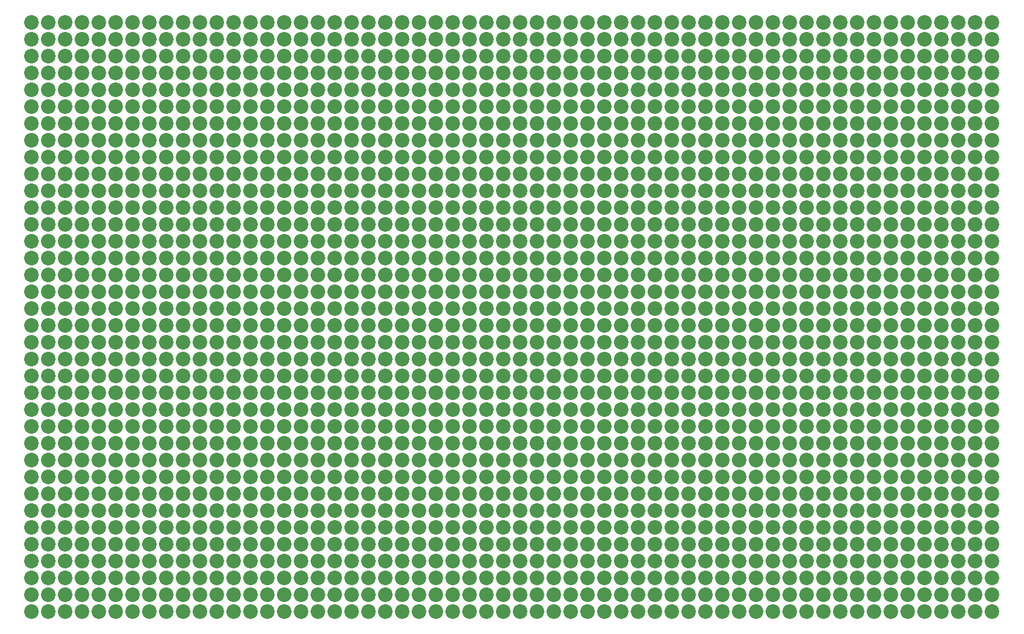
<source format=gbr>
%TF.GenerationSoftware,KiCad,Pcbnew,(5.1.8)-1*%
%TF.CreationDate,2022-01-26T04:35:18+03:00*%
%TF.ProjectId,Proto100x150-4er,50726f74-6f31-4303-9078-3135302d3465,rev?*%
%TF.SameCoordinates,Original*%
%TF.FileFunction,Copper,L1,Top*%
%TF.FilePolarity,Positive*%
%FSLAX46Y46*%
G04 Gerber Fmt 4.6, Leading zero omitted, Abs format (unit mm)*
G04 Created by KiCad (PCBNEW (5.1.8)-1) date 2022-01-26 04:35:18*
%MOMM*%
%LPD*%
G01*
G04 APERTURE LIST*
%TA.AperFunction,ViaPad*%
%ADD10C,2.200000*%
%TD*%
G04 APERTURE END LIST*
D10*
%TO.N,*%
X27940000Y-142240000D03*
X27940000Y-139700000D03*
X27940000Y-137160000D03*
X27940000Y-134620000D03*
X27940000Y-132080000D03*
X27940000Y-129540000D03*
X27940000Y-121920000D03*
X27940000Y-127000000D03*
X27940000Y-124460000D03*
X27940000Y-119380000D03*
X27940000Y-111760000D03*
X27940000Y-116840000D03*
X27940000Y-114300000D03*
X27940000Y-109220000D03*
X27940000Y-106680000D03*
X27940000Y-104140000D03*
X27940000Y-96520000D03*
X27940000Y-99060000D03*
X27940000Y-101600000D03*
X27940000Y-93980000D03*
X27940000Y-86360000D03*
X27940000Y-88900000D03*
X27940000Y-91440000D03*
X27940000Y-83820000D03*
X27940000Y-81280000D03*
X27940000Y-78740000D03*
X27940000Y-76200000D03*
X27940000Y-73660000D03*
X27940000Y-68580000D03*
X27940000Y-71120000D03*
X27940000Y-66040000D03*
X27940000Y-63500000D03*
X27940000Y-58420000D03*
X27940000Y-60960000D03*
X27940000Y-55880000D03*
X27940000Y-53340000D03*
X30480000Y-60960000D03*
X30480000Y-63500000D03*
X30480000Y-58420000D03*
X30480000Y-55880000D03*
X30480000Y-66040000D03*
X30480000Y-53340000D03*
X30480000Y-119380000D03*
X30480000Y-91440000D03*
X30480000Y-137160000D03*
X30480000Y-132080000D03*
X30480000Y-88900000D03*
X30480000Y-68580000D03*
X30480000Y-71120000D03*
X30480000Y-101600000D03*
X30480000Y-106680000D03*
X30480000Y-76200000D03*
X30480000Y-124460000D03*
X30480000Y-142240000D03*
X30480000Y-104140000D03*
X30480000Y-81280000D03*
X30480000Y-96520000D03*
X30480000Y-99060000D03*
X30480000Y-73660000D03*
X30480000Y-111760000D03*
X30480000Y-121920000D03*
X30480000Y-139700000D03*
X30480000Y-114300000D03*
X30480000Y-116840000D03*
X30480000Y-129540000D03*
X30480000Y-134620000D03*
X30480000Y-109220000D03*
X30480000Y-83820000D03*
X30480000Y-86360000D03*
X30480000Y-127000000D03*
X30480000Y-78740000D03*
X30480000Y-93980000D03*
X33020000Y-60960000D03*
X33020000Y-63500000D03*
X33020000Y-58420000D03*
X33020000Y-55880000D03*
X33020000Y-66040000D03*
X33020000Y-53340000D03*
X33020000Y-119380000D03*
X33020000Y-91440000D03*
X33020000Y-137160000D03*
X33020000Y-132080000D03*
X33020000Y-88900000D03*
X33020000Y-68580000D03*
X33020000Y-71120000D03*
X33020000Y-101600000D03*
X33020000Y-106680000D03*
X33020000Y-76200000D03*
X33020000Y-124460000D03*
X33020000Y-142240000D03*
X33020000Y-104140000D03*
X33020000Y-81280000D03*
X33020000Y-96520000D03*
X33020000Y-99060000D03*
X33020000Y-73660000D03*
X33020000Y-111760000D03*
X33020000Y-121920000D03*
X33020000Y-139700000D03*
X33020000Y-114300000D03*
X33020000Y-116840000D03*
X33020000Y-129540000D03*
X33020000Y-134620000D03*
X33020000Y-109220000D03*
X33020000Y-83820000D03*
X33020000Y-86360000D03*
X33020000Y-127000000D03*
X33020000Y-78740000D03*
X33020000Y-93980000D03*
X35560000Y-60960000D03*
X35560000Y-63500000D03*
X35560000Y-58420000D03*
X35560000Y-55880000D03*
X35560000Y-66040000D03*
X35560000Y-53340000D03*
X35560000Y-119380000D03*
X35560000Y-91440000D03*
X35560000Y-137160000D03*
X35560000Y-132080000D03*
X35560000Y-88900000D03*
X35560000Y-68580000D03*
X35560000Y-71120000D03*
X35560000Y-101600000D03*
X35560000Y-106680000D03*
X35560000Y-76200000D03*
X35560000Y-124460000D03*
X35560000Y-142240000D03*
X35560000Y-104140000D03*
X35560000Y-81280000D03*
X35560000Y-96520000D03*
X35560000Y-99060000D03*
X35560000Y-73660000D03*
X35560000Y-111760000D03*
X35560000Y-121920000D03*
X35560000Y-139700000D03*
X35560000Y-114300000D03*
X35560000Y-116840000D03*
X35560000Y-129540000D03*
X35560000Y-134620000D03*
X35560000Y-109220000D03*
X35560000Y-83820000D03*
X35560000Y-86360000D03*
X35560000Y-127000000D03*
X35560000Y-78740000D03*
X35560000Y-93980000D03*
X40640000Y-60960000D03*
X38100000Y-60960000D03*
X38100000Y-63500000D03*
X38100000Y-58420000D03*
X38100000Y-55880000D03*
X40640000Y-63500000D03*
X38100000Y-66040000D03*
X38100000Y-53340000D03*
X40640000Y-58420000D03*
X38100000Y-119380000D03*
X38100000Y-91440000D03*
X38100000Y-137160000D03*
X38100000Y-132080000D03*
X38100000Y-88900000D03*
X38100000Y-68580000D03*
X38100000Y-71120000D03*
X40640000Y-55880000D03*
X38100000Y-101600000D03*
X38100000Y-106680000D03*
X38100000Y-76200000D03*
X38100000Y-124460000D03*
X38100000Y-142240000D03*
X38100000Y-104140000D03*
X38100000Y-81280000D03*
X38100000Y-96520000D03*
X38100000Y-99060000D03*
X38100000Y-73660000D03*
X38100000Y-111760000D03*
X38100000Y-121920000D03*
X38100000Y-139700000D03*
X38100000Y-114300000D03*
X38100000Y-116840000D03*
X38100000Y-129540000D03*
X38100000Y-134620000D03*
X38100000Y-109220000D03*
X38100000Y-83820000D03*
X38100000Y-86360000D03*
X38100000Y-127000000D03*
X38100000Y-78740000D03*
X38100000Y-93980000D03*
X45720000Y-86360000D03*
X45720000Y-127000000D03*
X45720000Y-78740000D03*
X45720000Y-93980000D03*
X43180000Y-104140000D03*
X43180000Y-81280000D03*
X43180000Y-96520000D03*
X43180000Y-99060000D03*
X43180000Y-73660000D03*
X43180000Y-111760000D03*
X43180000Y-121920000D03*
X43180000Y-139700000D03*
X43180000Y-114300000D03*
X43180000Y-116840000D03*
X43180000Y-129540000D03*
X43180000Y-134620000D03*
X43180000Y-109220000D03*
X43180000Y-83820000D03*
X43180000Y-86360000D03*
X43180000Y-127000000D03*
X43180000Y-78740000D03*
X43180000Y-93980000D03*
X45720000Y-134620000D03*
X45720000Y-60960000D03*
X45720000Y-63500000D03*
X45720000Y-66040000D03*
X45720000Y-55880000D03*
X45720000Y-53340000D03*
X45720000Y-119380000D03*
X45720000Y-91440000D03*
X45720000Y-137160000D03*
X45720000Y-132080000D03*
X45720000Y-88900000D03*
X45720000Y-68580000D03*
X45720000Y-71120000D03*
X45720000Y-101600000D03*
X45720000Y-106680000D03*
X45720000Y-76200000D03*
X45720000Y-124460000D03*
X45720000Y-142240000D03*
X45720000Y-104140000D03*
X45720000Y-81280000D03*
X45720000Y-96520000D03*
X45720000Y-99060000D03*
X45720000Y-73660000D03*
X45720000Y-111760000D03*
X45720000Y-121920000D03*
X45720000Y-139700000D03*
X45720000Y-114300000D03*
X45720000Y-116840000D03*
X45720000Y-129540000D03*
X45720000Y-109220000D03*
X45720000Y-58420000D03*
X45720000Y-83820000D03*
X40640000Y-66040000D03*
X40640000Y-53340000D03*
X40640000Y-119380000D03*
X40640000Y-91440000D03*
X40640000Y-137160000D03*
X40640000Y-132080000D03*
X40640000Y-88900000D03*
X40640000Y-68580000D03*
X40640000Y-71120000D03*
X40640000Y-101600000D03*
X40640000Y-106680000D03*
X40640000Y-76200000D03*
X40640000Y-124460000D03*
X40640000Y-142240000D03*
X40640000Y-104140000D03*
X40640000Y-81280000D03*
X40640000Y-96520000D03*
X40640000Y-99060000D03*
X40640000Y-73660000D03*
X40640000Y-111760000D03*
X40640000Y-121920000D03*
X40640000Y-139700000D03*
X40640000Y-114300000D03*
X40640000Y-116840000D03*
X40640000Y-129540000D03*
X40640000Y-134620000D03*
X40640000Y-109220000D03*
X40640000Y-83820000D03*
X40640000Y-86360000D03*
X40640000Y-127000000D03*
X40640000Y-78740000D03*
X40640000Y-93980000D03*
X43180000Y-124460000D03*
X43180000Y-60960000D03*
X43180000Y-58420000D03*
X43180000Y-55880000D03*
X43180000Y-66040000D03*
X43180000Y-53340000D03*
X43180000Y-119380000D03*
X43180000Y-91440000D03*
X43180000Y-137160000D03*
X43180000Y-132080000D03*
X43180000Y-88900000D03*
X43180000Y-68580000D03*
X43180000Y-71120000D03*
X43180000Y-101600000D03*
X43180000Y-106680000D03*
X43180000Y-76200000D03*
X43180000Y-63500000D03*
X43180000Y-142240000D03*
X50800000Y-60960000D03*
X48260000Y-60960000D03*
X48260000Y-63500000D03*
X48260000Y-58420000D03*
X48260000Y-55880000D03*
X50800000Y-63500000D03*
X48260000Y-66040000D03*
X48260000Y-53340000D03*
X50800000Y-58420000D03*
X48260000Y-119380000D03*
X48260000Y-91440000D03*
X48260000Y-137160000D03*
X48260000Y-132080000D03*
X48260000Y-88900000D03*
X48260000Y-68580000D03*
X48260000Y-71120000D03*
X50800000Y-55880000D03*
X48260000Y-101600000D03*
X48260000Y-106680000D03*
X48260000Y-76200000D03*
X48260000Y-124460000D03*
X48260000Y-142240000D03*
X48260000Y-104140000D03*
X48260000Y-81280000D03*
X48260000Y-96520000D03*
X48260000Y-99060000D03*
X48260000Y-73660000D03*
X48260000Y-111760000D03*
X48260000Y-121920000D03*
X48260000Y-139700000D03*
X48260000Y-114300000D03*
X48260000Y-116840000D03*
X48260000Y-129540000D03*
X48260000Y-134620000D03*
X48260000Y-109220000D03*
X48260000Y-83820000D03*
X48260000Y-86360000D03*
X48260000Y-127000000D03*
X48260000Y-78740000D03*
X48260000Y-93980000D03*
X55880000Y-86360000D03*
X55880000Y-127000000D03*
X55880000Y-78740000D03*
X55880000Y-93980000D03*
X53340000Y-104140000D03*
X53340000Y-81280000D03*
X53340000Y-96520000D03*
X53340000Y-99060000D03*
X53340000Y-73660000D03*
X53340000Y-111760000D03*
X53340000Y-121920000D03*
X53340000Y-139700000D03*
X53340000Y-114300000D03*
X53340000Y-116840000D03*
X53340000Y-129540000D03*
X53340000Y-134620000D03*
X53340000Y-109220000D03*
X53340000Y-83820000D03*
X53340000Y-86360000D03*
X53340000Y-127000000D03*
X53340000Y-78740000D03*
X53340000Y-93980000D03*
X55880000Y-134620000D03*
X55880000Y-60960000D03*
X55880000Y-63500000D03*
X55880000Y-66040000D03*
X55880000Y-55880000D03*
X55880000Y-53340000D03*
X55880000Y-119380000D03*
X55880000Y-91440000D03*
X55880000Y-137160000D03*
X55880000Y-132080000D03*
X55880000Y-88900000D03*
X55880000Y-68580000D03*
X55880000Y-71120000D03*
X55880000Y-101600000D03*
X55880000Y-106680000D03*
X55880000Y-76200000D03*
X55880000Y-124460000D03*
X55880000Y-142240000D03*
X55880000Y-104140000D03*
X55880000Y-81280000D03*
X55880000Y-96520000D03*
X55880000Y-99060000D03*
X55880000Y-73660000D03*
X55880000Y-111760000D03*
X55880000Y-121920000D03*
X55880000Y-139700000D03*
X55880000Y-114300000D03*
X55880000Y-116840000D03*
X55880000Y-129540000D03*
X55880000Y-109220000D03*
X55880000Y-58420000D03*
X55880000Y-83820000D03*
X50800000Y-66040000D03*
X50800000Y-53340000D03*
X50800000Y-119380000D03*
X50800000Y-91440000D03*
X50800000Y-137160000D03*
X50800000Y-132080000D03*
X50800000Y-88900000D03*
X50800000Y-68580000D03*
X50800000Y-71120000D03*
X50800000Y-101600000D03*
X50800000Y-106680000D03*
X50800000Y-76200000D03*
X50800000Y-124460000D03*
X50800000Y-142240000D03*
X50800000Y-104140000D03*
X50800000Y-81280000D03*
X50800000Y-96520000D03*
X50800000Y-99060000D03*
X50800000Y-73660000D03*
X50800000Y-111760000D03*
X50800000Y-121920000D03*
X50800000Y-139700000D03*
X50800000Y-114300000D03*
X50800000Y-116840000D03*
X50800000Y-129540000D03*
X50800000Y-134620000D03*
X50800000Y-109220000D03*
X50800000Y-83820000D03*
X50800000Y-86360000D03*
X50800000Y-127000000D03*
X50800000Y-78740000D03*
X50800000Y-93980000D03*
X53340000Y-124460000D03*
X53340000Y-60960000D03*
X53340000Y-58420000D03*
X53340000Y-55880000D03*
X53340000Y-66040000D03*
X53340000Y-53340000D03*
X53340000Y-119380000D03*
X53340000Y-91440000D03*
X53340000Y-137160000D03*
X53340000Y-132080000D03*
X53340000Y-88900000D03*
X53340000Y-68580000D03*
X53340000Y-71120000D03*
X53340000Y-101600000D03*
X53340000Y-106680000D03*
X53340000Y-76200000D03*
X53340000Y-63500000D03*
X53340000Y-142240000D03*
X60960000Y-60960000D03*
X58420000Y-60960000D03*
X58420000Y-63500000D03*
X58420000Y-58420000D03*
X58420000Y-55880000D03*
X60960000Y-63500000D03*
X58420000Y-66040000D03*
X58420000Y-53340000D03*
X60960000Y-58420000D03*
X58420000Y-119380000D03*
X58420000Y-91440000D03*
X58420000Y-137160000D03*
X58420000Y-132080000D03*
X58420000Y-88900000D03*
X58420000Y-68580000D03*
X58420000Y-71120000D03*
X60960000Y-55880000D03*
X58420000Y-101600000D03*
X58420000Y-106680000D03*
X58420000Y-76200000D03*
X58420000Y-124460000D03*
X58420000Y-142240000D03*
X58420000Y-104140000D03*
X58420000Y-81280000D03*
X58420000Y-96520000D03*
X58420000Y-99060000D03*
X58420000Y-73660000D03*
X58420000Y-111760000D03*
X58420000Y-121920000D03*
X58420000Y-139700000D03*
X58420000Y-114300000D03*
X58420000Y-116840000D03*
X58420000Y-129540000D03*
X58420000Y-134620000D03*
X58420000Y-109220000D03*
X58420000Y-83820000D03*
X58420000Y-86360000D03*
X58420000Y-127000000D03*
X58420000Y-78740000D03*
X58420000Y-93980000D03*
X66040000Y-86360000D03*
X66040000Y-127000000D03*
X66040000Y-78740000D03*
X66040000Y-93980000D03*
X63500000Y-104140000D03*
X63500000Y-81280000D03*
X63500000Y-96520000D03*
X63500000Y-99060000D03*
X63500000Y-73660000D03*
X63500000Y-111760000D03*
X63500000Y-121920000D03*
X63500000Y-139700000D03*
X63500000Y-114300000D03*
X63500000Y-116840000D03*
X63500000Y-129540000D03*
X63500000Y-134620000D03*
X63500000Y-109220000D03*
X63500000Y-83820000D03*
X63500000Y-86360000D03*
X63500000Y-127000000D03*
X63500000Y-78740000D03*
X63500000Y-93980000D03*
X66040000Y-134620000D03*
X66040000Y-60960000D03*
X66040000Y-63500000D03*
X66040000Y-66040000D03*
X66040000Y-55880000D03*
X66040000Y-53340000D03*
X66040000Y-119380000D03*
X66040000Y-91440000D03*
X66040000Y-137160000D03*
X66040000Y-132080000D03*
X66040000Y-88900000D03*
X66040000Y-68580000D03*
X66040000Y-71120000D03*
X66040000Y-101600000D03*
X66040000Y-106680000D03*
X66040000Y-76200000D03*
X66040000Y-124460000D03*
X66040000Y-142240000D03*
X66040000Y-104140000D03*
X66040000Y-81280000D03*
X66040000Y-96520000D03*
X66040000Y-99060000D03*
X66040000Y-73660000D03*
X66040000Y-111760000D03*
X66040000Y-121920000D03*
X66040000Y-139700000D03*
X66040000Y-114300000D03*
X66040000Y-116840000D03*
X66040000Y-129540000D03*
X66040000Y-109220000D03*
X66040000Y-58420000D03*
X66040000Y-83820000D03*
X60960000Y-66040000D03*
X60960000Y-53340000D03*
X60960000Y-119380000D03*
X60960000Y-91440000D03*
X60960000Y-137160000D03*
X60960000Y-132080000D03*
X60960000Y-88900000D03*
X60960000Y-68580000D03*
X60960000Y-71120000D03*
X60960000Y-101600000D03*
X60960000Y-106680000D03*
X60960000Y-76200000D03*
X60960000Y-124460000D03*
X60960000Y-142240000D03*
X60960000Y-104140000D03*
X60960000Y-81280000D03*
X60960000Y-96520000D03*
X60960000Y-99060000D03*
X60960000Y-73660000D03*
X60960000Y-111760000D03*
X60960000Y-121920000D03*
X60960000Y-139700000D03*
X60960000Y-114300000D03*
X60960000Y-116840000D03*
X60960000Y-129540000D03*
X60960000Y-134620000D03*
X60960000Y-109220000D03*
X60960000Y-83820000D03*
X60960000Y-86360000D03*
X60960000Y-127000000D03*
X60960000Y-78740000D03*
X60960000Y-93980000D03*
X63500000Y-124460000D03*
X63500000Y-60960000D03*
X63500000Y-58420000D03*
X63500000Y-55880000D03*
X63500000Y-66040000D03*
X63500000Y-53340000D03*
X63500000Y-119380000D03*
X63500000Y-91440000D03*
X63500000Y-137160000D03*
X63500000Y-132080000D03*
X63500000Y-88900000D03*
X63500000Y-68580000D03*
X63500000Y-71120000D03*
X63500000Y-101600000D03*
X63500000Y-106680000D03*
X63500000Y-76200000D03*
X63500000Y-63500000D03*
X63500000Y-142240000D03*
X71120000Y-60960000D03*
X68580000Y-60960000D03*
X68580000Y-63500000D03*
X68580000Y-58420000D03*
X68580000Y-55880000D03*
X71120000Y-63500000D03*
X68580000Y-66040000D03*
X68580000Y-53340000D03*
X71120000Y-58420000D03*
X68580000Y-119380000D03*
X68580000Y-91440000D03*
X68580000Y-137160000D03*
X68580000Y-132080000D03*
X68580000Y-88900000D03*
X68580000Y-68580000D03*
X68580000Y-71120000D03*
X71120000Y-55880000D03*
X68580000Y-101600000D03*
X68580000Y-106680000D03*
X68580000Y-76200000D03*
X68580000Y-124460000D03*
X68580000Y-142240000D03*
X68580000Y-104140000D03*
X68580000Y-81280000D03*
X68580000Y-96520000D03*
X68580000Y-99060000D03*
X68580000Y-73660000D03*
X68580000Y-111760000D03*
X68580000Y-121920000D03*
X68580000Y-139700000D03*
X68580000Y-114300000D03*
X68580000Y-116840000D03*
X68580000Y-129540000D03*
X68580000Y-134620000D03*
X68580000Y-109220000D03*
X68580000Y-83820000D03*
X68580000Y-86360000D03*
X68580000Y-127000000D03*
X68580000Y-78740000D03*
X68580000Y-93980000D03*
X104140000Y-83820000D03*
X104140000Y-86360000D03*
X104140000Y-127000000D03*
X104140000Y-78740000D03*
X104140000Y-93980000D03*
X106680000Y-134620000D03*
X106680000Y-60960000D03*
X106680000Y-63500000D03*
X106680000Y-66040000D03*
X106680000Y-55880000D03*
X106680000Y-53340000D03*
X106680000Y-119380000D03*
X106680000Y-91440000D03*
X106680000Y-137160000D03*
X106680000Y-132080000D03*
X106680000Y-88900000D03*
X106680000Y-68580000D03*
X106680000Y-71120000D03*
X106680000Y-101600000D03*
X106680000Y-106680000D03*
X106680000Y-76200000D03*
X106680000Y-124460000D03*
X106680000Y-142240000D03*
X106680000Y-104140000D03*
X106680000Y-81280000D03*
X106680000Y-96520000D03*
X106680000Y-99060000D03*
X106680000Y-73660000D03*
X106680000Y-111760000D03*
X106680000Y-121920000D03*
X106680000Y-139700000D03*
X106680000Y-114300000D03*
X106680000Y-116840000D03*
X106680000Y-129540000D03*
X106680000Y-109220000D03*
X106680000Y-58420000D03*
X106680000Y-83820000D03*
X101600000Y-66040000D03*
X101600000Y-53340000D03*
X101600000Y-119380000D03*
X101600000Y-91440000D03*
X101600000Y-137160000D03*
X101600000Y-132080000D03*
X101600000Y-88900000D03*
X101600000Y-68580000D03*
X101600000Y-71120000D03*
X101600000Y-101600000D03*
X101600000Y-106680000D03*
X101600000Y-76200000D03*
X101600000Y-124460000D03*
X88900000Y-63500000D03*
X88900000Y-58420000D03*
X88900000Y-55880000D03*
X91440000Y-63500000D03*
X88900000Y-66040000D03*
X88900000Y-53340000D03*
X91440000Y-58420000D03*
X88900000Y-119380000D03*
X88900000Y-91440000D03*
X88900000Y-137160000D03*
X88900000Y-132080000D03*
X88900000Y-88900000D03*
X88900000Y-68580000D03*
X88900000Y-71120000D03*
X91440000Y-55880000D03*
X88900000Y-101600000D03*
X88900000Y-106680000D03*
X88900000Y-76200000D03*
X88900000Y-124460000D03*
X88900000Y-142240000D03*
X88900000Y-104140000D03*
X88900000Y-81280000D03*
X88900000Y-96520000D03*
X88900000Y-99060000D03*
X88900000Y-73660000D03*
X88900000Y-111760000D03*
X88900000Y-121920000D03*
X88900000Y-139700000D03*
X88900000Y-114300000D03*
X88900000Y-116840000D03*
X88900000Y-129540000D03*
X88900000Y-134620000D03*
X88900000Y-109220000D03*
X88900000Y-83820000D03*
X88900000Y-86360000D03*
X88900000Y-127000000D03*
X88900000Y-78740000D03*
X88900000Y-93980000D03*
X96520000Y-86360000D03*
X96520000Y-127000000D03*
X96520000Y-78740000D03*
X96520000Y-93980000D03*
X93980000Y-104140000D03*
X93980000Y-81280000D03*
X93980000Y-96520000D03*
X93980000Y-99060000D03*
X93980000Y-73660000D03*
X93980000Y-111760000D03*
X93980000Y-121920000D03*
X93980000Y-139700000D03*
X76200000Y-86360000D03*
X76200000Y-127000000D03*
X76200000Y-78740000D03*
X76200000Y-93980000D03*
X78740000Y-139700000D03*
X78740000Y-60960000D03*
X78740000Y-63500000D03*
X78740000Y-55880000D03*
X78740000Y-58420000D03*
X81280000Y-63500000D03*
X78740000Y-66040000D03*
X78740000Y-53340000D03*
X81280000Y-58420000D03*
X78740000Y-119380000D03*
X78740000Y-91440000D03*
X78740000Y-137160000D03*
X78740000Y-132080000D03*
X78740000Y-88900000D03*
X78740000Y-68580000D03*
X78740000Y-71120000D03*
X81280000Y-55880000D03*
X78740000Y-101600000D03*
X78740000Y-106680000D03*
X78740000Y-76200000D03*
X78740000Y-124460000D03*
X78740000Y-142240000D03*
X78740000Y-104140000D03*
X78740000Y-81280000D03*
X78740000Y-96520000D03*
X78740000Y-99060000D03*
X78740000Y-73660000D03*
X78740000Y-111760000D03*
X78740000Y-121920000D03*
X78740000Y-114300000D03*
X81280000Y-60960000D03*
X78740000Y-116840000D03*
X78740000Y-129540000D03*
X78740000Y-134620000D03*
X78740000Y-109220000D03*
X78740000Y-83820000D03*
X78740000Y-86360000D03*
X78740000Y-127000000D03*
X78740000Y-78740000D03*
X78740000Y-93980000D03*
X86360000Y-86360000D03*
X86360000Y-127000000D03*
X86360000Y-78740000D03*
X86360000Y-93980000D03*
X83820000Y-104140000D03*
X83820000Y-81280000D03*
X104140000Y-119380000D03*
X104140000Y-91440000D03*
X104140000Y-137160000D03*
X104140000Y-132080000D03*
X104140000Y-88900000D03*
X104140000Y-68580000D03*
X104140000Y-71120000D03*
X104140000Y-101600000D03*
X104140000Y-106680000D03*
X104140000Y-76200000D03*
X104140000Y-63500000D03*
X104140000Y-142240000D03*
X83820000Y-96520000D03*
X83820000Y-99060000D03*
X83820000Y-73660000D03*
X83820000Y-111760000D03*
X83820000Y-121920000D03*
X83820000Y-139700000D03*
X83820000Y-114300000D03*
X83820000Y-116840000D03*
X83820000Y-129540000D03*
X83820000Y-134620000D03*
X83820000Y-109220000D03*
X83820000Y-83820000D03*
X83820000Y-86360000D03*
X83820000Y-127000000D03*
X83820000Y-78740000D03*
X83820000Y-93980000D03*
X86360000Y-134620000D03*
X86360000Y-60960000D03*
X86360000Y-63500000D03*
X86360000Y-66040000D03*
X86360000Y-55880000D03*
X86360000Y-53340000D03*
X86360000Y-119380000D03*
X86360000Y-91440000D03*
X86360000Y-137160000D03*
X86360000Y-132080000D03*
X86360000Y-88900000D03*
X86360000Y-68580000D03*
X86360000Y-71120000D03*
X86360000Y-101600000D03*
X86360000Y-106680000D03*
X86360000Y-76200000D03*
X86360000Y-124460000D03*
X86360000Y-142240000D03*
X86360000Y-104140000D03*
X86360000Y-81280000D03*
X86360000Y-96520000D03*
X86360000Y-99060000D03*
X86360000Y-73660000D03*
X86360000Y-111760000D03*
X86360000Y-121920000D03*
X86360000Y-139700000D03*
X86360000Y-114300000D03*
X86360000Y-116840000D03*
X86360000Y-129540000D03*
X86360000Y-109220000D03*
X86360000Y-58420000D03*
X86360000Y-83820000D03*
X81280000Y-66040000D03*
X81280000Y-53340000D03*
X73660000Y-104140000D03*
X73660000Y-81280000D03*
X73660000Y-96520000D03*
X73660000Y-99060000D03*
X73660000Y-73660000D03*
X73660000Y-111760000D03*
X73660000Y-121920000D03*
X73660000Y-139700000D03*
X73660000Y-114300000D03*
X73660000Y-116840000D03*
X73660000Y-129540000D03*
X73660000Y-134620000D03*
X73660000Y-109220000D03*
X73660000Y-83820000D03*
X73660000Y-86360000D03*
X73660000Y-127000000D03*
X73660000Y-78740000D03*
X73660000Y-93980000D03*
X76200000Y-134620000D03*
X76200000Y-60960000D03*
X76200000Y-63500000D03*
X76200000Y-66040000D03*
X76200000Y-55880000D03*
X76200000Y-53340000D03*
X76200000Y-119380000D03*
X76200000Y-91440000D03*
X76200000Y-137160000D03*
X76200000Y-132080000D03*
X76200000Y-88900000D03*
X76200000Y-68580000D03*
X76200000Y-71120000D03*
X76200000Y-101600000D03*
X76200000Y-106680000D03*
X76200000Y-76200000D03*
X76200000Y-124460000D03*
X76200000Y-142240000D03*
X76200000Y-104140000D03*
X76200000Y-81280000D03*
X76200000Y-96520000D03*
X76200000Y-99060000D03*
X76200000Y-73660000D03*
X76200000Y-111760000D03*
X76200000Y-121920000D03*
X76200000Y-139700000D03*
X76200000Y-114300000D03*
X76200000Y-116840000D03*
X76200000Y-129540000D03*
X76200000Y-109220000D03*
X76200000Y-58420000D03*
X76200000Y-83820000D03*
X91440000Y-71120000D03*
X91440000Y-101600000D03*
X91440000Y-106680000D03*
X91440000Y-76200000D03*
X91440000Y-124460000D03*
X91440000Y-142240000D03*
X91440000Y-104140000D03*
X91440000Y-81280000D03*
X91440000Y-96520000D03*
X91440000Y-99060000D03*
X91440000Y-73660000D03*
X91440000Y-111760000D03*
X91440000Y-121920000D03*
X91440000Y-139700000D03*
X91440000Y-114300000D03*
X91440000Y-116840000D03*
X91440000Y-129540000D03*
X91440000Y-134620000D03*
X91440000Y-109220000D03*
X91440000Y-83820000D03*
X91440000Y-86360000D03*
X91440000Y-127000000D03*
X91440000Y-78740000D03*
X91440000Y-93980000D03*
X93980000Y-124460000D03*
X93980000Y-60960000D03*
X93980000Y-58420000D03*
X93980000Y-55880000D03*
X93980000Y-66040000D03*
X93980000Y-53340000D03*
X93980000Y-119380000D03*
X93980000Y-91440000D03*
X93980000Y-137160000D03*
X93980000Y-132080000D03*
X93980000Y-88900000D03*
X93980000Y-68580000D03*
X93980000Y-71120000D03*
X93980000Y-101600000D03*
X93980000Y-106680000D03*
X93980000Y-76200000D03*
X93980000Y-63500000D03*
X93980000Y-142240000D03*
X101600000Y-60960000D03*
X101600000Y-63500000D03*
X99060000Y-63500000D03*
X99060000Y-58420000D03*
X99060000Y-55880000D03*
X99060000Y-60960000D03*
X99060000Y-66040000D03*
X81280000Y-119380000D03*
X81280000Y-91440000D03*
X81280000Y-137160000D03*
X81280000Y-132080000D03*
X81280000Y-88900000D03*
X81280000Y-68580000D03*
X81280000Y-71120000D03*
X81280000Y-101600000D03*
X81280000Y-106680000D03*
X81280000Y-76200000D03*
X81280000Y-124460000D03*
X81280000Y-142240000D03*
X81280000Y-104140000D03*
X81280000Y-81280000D03*
X81280000Y-96520000D03*
X81280000Y-99060000D03*
X81280000Y-73660000D03*
X81280000Y-111760000D03*
X81280000Y-121920000D03*
X81280000Y-139700000D03*
X81280000Y-114300000D03*
X81280000Y-116840000D03*
X81280000Y-129540000D03*
X81280000Y-134620000D03*
X81280000Y-109220000D03*
X81280000Y-83820000D03*
X81280000Y-86360000D03*
X81280000Y-127000000D03*
X81280000Y-78740000D03*
X81280000Y-93980000D03*
X83820000Y-124460000D03*
X83820000Y-60960000D03*
X83820000Y-58420000D03*
X83820000Y-55880000D03*
X83820000Y-66040000D03*
X83820000Y-53340000D03*
X83820000Y-119380000D03*
X83820000Y-91440000D03*
X83820000Y-137160000D03*
X83820000Y-132080000D03*
X83820000Y-88900000D03*
X83820000Y-68580000D03*
X83820000Y-71120000D03*
X83820000Y-101600000D03*
X83820000Y-106680000D03*
X83820000Y-76200000D03*
X83820000Y-63500000D03*
X83820000Y-142240000D03*
X88900000Y-60960000D03*
X91440000Y-60960000D03*
X99060000Y-53340000D03*
X101600000Y-58420000D03*
X99060000Y-119380000D03*
X99060000Y-91440000D03*
X99060000Y-137160000D03*
X99060000Y-132080000D03*
X99060000Y-88900000D03*
X99060000Y-68580000D03*
X99060000Y-71120000D03*
X101600000Y-55880000D03*
X99060000Y-101600000D03*
X99060000Y-106680000D03*
X99060000Y-76200000D03*
X99060000Y-124460000D03*
X99060000Y-142240000D03*
X99060000Y-104140000D03*
X99060000Y-81280000D03*
X99060000Y-96520000D03*
X99060000Y-99060000D03*
X99060000Y-73660000D03*
X99060000Y-111760000D03*
X99060000Y-121920000D03*
X99060000Y-139700000D03*
X99060000Y-114300000D03*
X99060000Y-116840000D03*
X99060000Y-129540000D03*
X99060000Y-134620000D03*
X99060000Y-109220000D03*
X99060000Y-83820000D03*
X99060000Y-86360000D03*
X99060000Y-127000000D03*
X99060000Y-78740000D03*
X99060000Y-93980000D03*
X106680000Y-86360000D03*
X106680000Y-127000000D03*
X106680000Y-78740000D03*
X106680000Y-93980000D03*
X104140000Y-104140000D03*
X104140000Y-81280000D03*
X104140000Y-96520000D03*
X104140000Y-99060000D03*
X104140000Y-73660000D03*
X104140000Y-111760000D03*
X104140000Y-121920000D03*
X104140000Y-139700000D03*
X104140000Y-114300000D03*
X104140000Y-116840000D03*
X104140000Y-129540000D03*
X104140000Y-134620000D03*
X104140000Y-109220000D03*
X71120000Y-66040000D03*
X71120000Y-53340000D03*
X71120000Y-119380000D03*
X71120000Y-91440000D03*
X71120000Y-137160000D03*
X71120000Y-132080000D03*
X71120000Y-88900000D03*
X71120000Y-68580000D03*
X71120000Y-71120000D03*
X71120000Y-101600000D03*
X71120000Y-106680000D03*
X71120000Y-76200000D03*
X71120000Y-124460000D03*
X71120000Y-142240000D03*
X71120000Y-104140000D03*
X71120000Y-81280000D03*
X71120000Y-96520000D03*
X71120000Y-99060000D03*
X71120000Y-73660000D03*
X71120000Y-111760000D03*
X71120000Y-121920000D03*
X71120000Y-139700000D03*
X71120000Y-114300000D03*
X71120000Y-116840000D03*
X71120000Y-129540000D03*
X71120000Y-134620000D03*
X71120000Y-109220000D03*
X71120000Y-83820000D03*
X71120000Y-86360000D03*
X71120000Y-127000000D03*
X71120000Y-78740000D03*
X71120000Y-93980000D03*
X73660000Y-124460000D03*
X73660000Y-60960000D03*
X73660000Y-58420000D03*
X73660000Y-55880000D03*
X73660000Y-66040000D03*
X73660000Y-53340000D03*
X73660000Y-119380000D03*
X73660000Y-91440000D03*
X73660000Y-137160000D03*
X73660000Y-132080000D03*
X73660000Y-88900000D03*
X73660000Y-68580000D03*
X73660000Y-71120000D03*
X73660000Y-101600000D03*
X73660000Y-106680000D03*
X73660000Y-76200000D03*
X73660000Y-63500000D03*
X73660000Y-142240000D03*
X93980000Y-114300000D03*
X93980000Y-116840000D03*
X93980000Y-129540000D03*
X93980000Y-134620000D03*
X93980000Y-109220000D03*
X93980000Y-83820000D03*
X93980000Y-86360000D03*
X93980000Y-127000000D03*
X93980000Y-78740000D03*
X93980000Y-93980000D03*
X96520000Y-134620000D03*
X96520000Y-60960000D03*
X96520000Y-63500000D03*
X96520000Y-66040000D03*
X96520000Y-55880000D03*
X96520000Y-53340000D03*
X96520000Y-119380000D03*
X96520000Y-91440000D03*
X96520000Y-137160000D03*
X96520000Y-132080000D03*
X96520000Y-88900000D03*
X96520000Y-68580000D03*
X96520000Y-71120000D03*
X96520000Y-101600000D03*
X96520000Y-106680000D03*
X96520000Y-76200000D03*
X96520000Y-124460000D03*
X96520000Y-142240000D03*
X96520000Y-104140000D03*
X96520000Y-81280000D03*
X96520000Y-96520000D03*
X96520000Y-99060000D03*
X96520000Y-73660000D03*
X96520000Y-111760000D03*
X96520000Y-121920000D03*
X96520000Y-139700000D03*
X96520000Y-114300000D03*
X96520000Y-116840000D03*
X96520000Y-129540000D03*
X96520000Y-109220000D03*
X96520000Y-58420000D03*
X96520000Y-83820000D03*
X91440000Y-66040000D03*
X91440000Y-53340000D03*
X91440000Y-119380000D03*
X91440000Y-91440000D03*
X91440000Y-137160000D03*
X91440000Y-132080000D03*
X91440000Y-88900000D03*
X91440000Y-68580000D03*
X101600000Y-142240000D03*
X101600000Y-104140000D03*
X101600000Y-81280000D03*
X101600000Y-96520000D03*
X101600000Y-99060000D03*
X101600000Y-73660000D03*
X101600000Y-111760000D03*
X101600000Y-121920000D03*
X101600000Y-139700000D03*
X101600000Y-114300000D03*
X101600000Y-116840000D03*
X101600000Y-129540000D03*
X101600000Y-134620000D03*
X101600000Y-109220000D03*
X101600000Y-83820000D03*
X101600000Y-86360000D03*
X101600000Y-127000000D03*
X101600000Y-78740000D03*
X101600000Y-93980000D03*
X104140000Y-124460000D03*
X104140000Y-60960000D03*
X104140000Y-58420000D03*
X104140000Y-55880000D03*
X104140000Y-66040000D03*
X104140000Y-53340000D03*
X111760000Y-60960000D03*
X109220000Y-60960000D03*
X109220000Y-63500000D03*
X109220000Y-58420000D03*
X109220000Y-55880000D03*
X111760000Y-63500000D03*
X109220000Y-66040000D03*
X109220000Y-53340000D03*
X111760000Y-58420000D03*
X109220000Y-119380000D03*
X109220000Y-91440000D03*
X109220000Y-137160000D03*
X109220000Y-132080000D03*
X109220000Y-88900000D03*
X109220000Y-68580000D03*
X109220000Y-71120000D03*
X111760000Y-55880000D03*
X109220000Y-101600000D03*
X109220000Y-106680000D03*
X109220000Y-76200000D03*
X109220000Y-124460000D03*
X109220000Y-142240000D03*
X109220000Y-104140000D03*
X109220000Y-81280000D03*
X109220000Y-96520000D03*
X109220000Y-99060000D03*
X109220000Y-73660000D03*
X109220000Y-111760000D03*
X109220000Y-121920000D03*
X109220000Y-139700000D03*
X109220000Y-114300000D03*
X109220000Y-116840000D03*
X109220000Y-129540000D03*
X109220000Y-134620000D03*
X109220000Y-109220000D03*
X109220000Y-83820000D03*
X109220000Y-86360000D03*
X109220000Y-127000000D03*
X109220000Y-78740000D03*
X109220000Y-93980000D03*
X144780000Y-83820000D03*
X144780000Y-86360000D03*
X144780000Y-127000000D03*
X144780000Y-78740000D03*
X144780000Y-93980000D03*
X147320000Y-134620000D03*
X147320000Y-60960000D03*
X147320000Y-63500000D03*
X147320000Y-66040000D03*
X147320000Y-55880000D03*
X147320000Y-53340000D03*
X147320000Y-119380000D03*
X147320000Y-91440000D03*
X147320000Y-137160000D03*
X147320000Y-132080000D03*
X147320000Y-88900000D03*
X147320000Y-68580000D03*
X147320000Y-71120000D03*
X147320000Y-101600000D03*
X147320000Y-106680000D03*
X147320000Y-76200000D03*
X147320000Y-124460000D03*
X147320000Y-142240000D03*
X147320000Y-104140000D03*
X147320000Y-81280000D03*
X147320000Y-96520000D03*
X147320000Y-99060000D03*
X147320000Y-73660000D03*
X147320000Y-111760000D03*
X147320000Y-121920000D03*
X147320000Y-139700000D03*
X147320000Y-114300000D03*
X147320000Y-116840000D03*
X147320000Y-129540000D03*
X147320000Y-109220000D03*
X147320000Y-58420000D03*
X147320000Y-83820000D03*
X142240000Y-66040000D03*
X142240000Y-53340000D03*
X142240000Y-119380000D03*
X142240000Y-91440000D03*
X142240000Y-137160000D03*
X142240000Y-132080000D03*
X142240000Y-88900000D03*
X142240000Y-68580000D03*
X142240000Y-71120000D03*
X142240000Y-101600000D03*
X142240000Y-106680000D03*
X142240000Y-76200000D03*
X142240000Y-124460000D03*
X129540000Y-63500000D03*
X129540000Y-58420000D03*
X129540000Y-55880000D03*
X132080000Y-63500000D03*
X129540000Y-66040000D03*
X129540000Y-53340000D03*
X132080000Y-58420000D03*
X129540000Y-119380000D03*
X129540000Y-91440000D03*
X129540000Y-137160000D03*
X129540000Y-132080000D03*
X129540000Y-88900000D03*
X129540000Y-68580000D03*
X129540000Y-71120000D03*
X132080000Y-55880000D03*
X129540000Y-101600000D03*
X129540000Y-106680000D03*
X129540000Y-76200000D03*
X129540000Y-124460000D03*
X129540000Y-142240000D03*
X129540000Y-104140000D03*
X129540000Y-81280000D03*
X129540000Y-96520000D03*
X129540000Y-99060000D03*
X129540000Y-73660000D03*
X129540000Y-111760000D03*
X129540000Y-121920000D03*
X129540000Y-139700000D03*
X129540000Y-114300000D03*
X129540000Y-116840000D03*
X129540000Y-129540000D03*
X129540000Y-134620000D03*
X129540000Y-109220000D03*
X129540000Y-83820000D03*
X129540000Y-86360000D03*
X129540000Y-127000000D03*
X129540000Y-78740000D03*
X129540000Y-93980000D03*
X137160000Y-86360000D03*
X137160000Y-127000000D03*
X137160000Y-78740000D03*
X137160000Y-93980000D03*
X134620000Y-104140000D03*
X134620000Y-81280000D03*
X134620000Y-96520000D03*
X134620000Y-99060000D03*
X134620000Y-73660000D03*
X134620000Y-111760000D03*
X134620000Y-121920000D03*
X134620000Y-139700000D03*
X116840000Y-86360000D03*
X116840000Y-127000000D03*
X116840000Y-78740000D03*
X116840000Y-93980000D03*
X119380000Y-139700000D03*
X119380000Y-60960000D03*
X119380000Y-63500000D03*
X119380000Y-55880000D03*
X119380000Y-58420000D03*
X121920000Y-63500000D03*
X119380000Y-66040000D03*
X119380000Y-53340000D03*
X121920000Y-58420000D03*
X119380000Y-119380000D03*
X119380000Y-91440000D03*
X119380000Y-137160000D03*
X119380000Y-132080000D03*
X119380000Y-88900000D03*
X119380000Y-68580000D03*
X119380000Y-71120000D03*
X121920000Y-55880000D03*
X119380000Y-101600000D03*
X119380000Y-106680000D03*
X119380000Y-76200000D03*
X119380000Y-124460000D03*
X119380000Y-142240000D03*
X119380000Y-104140000D03*
X119380000Y-81280000D03*
X119380000Y-96520000D03*
X119380000Y-99060000D03*
X119380000Y-73660000D03*
X119380000Y-111760000D03*
X119380000Y-121920000D03*
X119380000Y-114300000D03*
X121920000Y-60960000D03*
X119380000Y-116840000D03*
X119380000Y-129540000D03*
X119380000Y-134620000D03*
X119380000Y-109220000D03*
X119380000Y-83820000D03*
X119380000Y-86360000D03*
X119380000Y-127000000D03*
X119380000Y-78740000D03*
X119380000Y-93980000D03*
X127000000Y-86360000D03*
X127000000Y-127000000D03*
X127000000Y-78740000D03*
X127000000Y-93980000D03*
X124460000Y-104140000D03*
X124460000Y-81280000D03*
X144780000Y-119380000D03*
X144780000Y-91440000D03*
X144780000Y-137160000D03*
X144780000Y-132080000D03*
X144780000Y-88900000D03*
X144780000Y-68580000D03*
X144780000Y-71120000D03*
X144780000Y-101600000D03*
X144780000Y-106680000D03*
X144780000Y-76200000D03*
X144780000Y-63500000D03*
X144780000Y-142240000D03*
X124460000Y-96520000D03*
X124460000Y-99060000D03*
X124460000Y-73660000D03*
X124460000Y-111760000D03*
X124460000Y-121920000D03*
X124460000Y-139700000D03*
X124460000Y-114300000D03*
X124460000Y-116840000D03*
X124460000Y-129540000D03*
X124460000Y-134620000D03*
X124460000Y-109220000D03*
X124460000Y-83820000D03*
X124460000Y-86360000D03*
X124460000Y-127000000D03*
X124460000Y-78740000D03*
X124460000Y-93980000D03*
X127000000Y-134620000D03*
X127000000Y-60960000D03*
X127000000Y-63500000D03*
X127000000Y-66040000D03*
X127000000Y-55880000D03*
X127000000Y-53340000D03*
X127000000Y-119380000D03*
X127000000Y-91440000D03*
X127000000Y-137160000D03*
X127000000Y-132080000D03*
X127000000Y-88900000D03*
X127000000Y-68580000D03*
X127000000Y-71120000D03*
X127000000Y-101600000D03*
X127000000Y-106680000D03*
X127000000Y-76200000D03*
X127000000Y-124460000D03*
X127000000Y-142240000D03*
X127000000Y-104140000D03*
X127000000Y-81280000D03*
X127000000Y-96520000D03*
X127000000Y-99060000D03*
X127000000Y-73660000D03*
X127000000Y-111760000D03*
X127000000Y-121920000D03*
X127000000Y-139700000D03*
X127000000Y-114300000D03*
X127000000Y-116840000D03*
X127000000Y-129540000D03*
X127000000Y-109220000D03*
X127000000Y-58420000D03*
X127000000Y-83820000D03*
X121920000Y-66040000D03*
X121920000Y-53340000D03*
X114300000Y-104140000D03*
X114300000Y-81280000D03*
X114300000Y-96520000D03*
X114300000Y-99060000D03*
X114300000Y-73660000D03*
X114300000Y-111760000D03*
X114300000Y-121920000D03*
X114300000Y-139700000D03*
X114300000Y-114300000D03*
X114300000Y-116840000D03*
X114300000Y-129540000D03*
X114300000Y-134620000D03*
X114300000Y-109220000D03*
X114300000Y-83820000D03*
X114300000Y-86360000D03*
X114300000Y-127000000D03*
X114300000Y-78740000D03*
X114300000Y-93980000D03*
X116840000Y-134620000D03*
X116840000Y-60960000D03*
X116840000Y-63500000D03*
X116840000Y-66040000D03*
X116840000Y-55880000D03*
X116840000Y-53340000D03*
X116840000Y-119380000D03*
X116840000Y-91440000D03*
X116840000Y-137160000D03*
X116840000Y-132080000D03*
X116840000Y-88900000D03*
X116840000Y-68580000D03*
X116840000Y-71120000D03*
X116840000Y-101600000D03*
X116840000Y-106680000D03*
X116840000Y-76200000D03*
X116840000Y-124460000D03*
X116840000Y-142240000D03*
X116840000Y-104140000D03*
X116840000Y-81280000D03*
X116840000Y-96520000D03*
X116840000Y-99060000D03*
X116840000Y-73660000D03*
X116840000Y-111760000D03*
X116840000Y-121920000D03*
X116840000Y-139700000D03*
X116840000Y-114300000D03*
X116840000Y-116840000D03*
X116840000Y-129540000D03*
X116840000Y-109220000D03*
X116840000Y-58420000D03*
X116840000Y-83820000D03*
X132080000Y-71120000D03*
X132080000Y-101600000D03*
X132080000Y-106680000D03*
X132080000Y-76200000D03*
X132080000Y-124460000D03*
X132080000Y-142240000D03*
X132080000Y-104140000D03*
X132080000Y-81280000D03*
X132080000Y-96520000D03*
X132080000Y-99060000D03*
X132080000Y-73660000D03*
X132080000Y-111760000D03*
X132080000Y-121920000D03*
X132080000Y-139700000D03*
X132080000Y-114300000D03*
X132080000Y-116840000D03*
X132080000Y-129540000D03*
X132080000Y-134620000D03*
X132080000Y-109220000D03*
X132080000Y-83820000D03*
X132080000Y-86360000D03*
X132080000Y-127000000D03*
X132080000Y-78740000D03*
X132080000Y-93980000D03*
X134620000Y-124460000D03*
X134620000Y-60960000D03*
X134620000Y-58420000D03*
X134620000Y-55880000D03*
X134620000Y-66040000D03*
X134620000Y-53340000D03*
X134620000Y-119380000D03*
X134620000Y-91440000D03*
X134620000Y-137160000D03*
X134620000Y-132080000D03*
X134620000Y-88900000D03*
X134620000Y-68580000D03*
X134620000Y-71120000D03*
X134620000Y-101600000D03*
X134620000Y-106680000D03*
X134620000Y-76200000D03*
X134620000Y-63500000D03*
X134620000Y-142240000D03*
X142240000Y-60960000D03*
X142240000Y-63500000D03*
X139700000Y-63500000D03*
X139700000Y-58420000D03*
X139700000Y-55880000D03*
X139700000Y-60960000D03*
X139700000Y-66040000D03*
X121920000Y-119380000D03*
X121920000Y-91440000D03*
X121920000Y-137160000D03*
X121920000Y-132080000D03*
X121920000Y-88900000D03*
X121920000Y-68580000D03*
X121920000Y-71120000D03*
X121920000Y-101600000D03*
X121920000Y-106680000D03*
X121920000Y-76200000D03*
X121920000Y-124460000D03*
X121920000Y-142240000D03*
X121920000Y-104140000D03*
X121920000Y-81280000D03*
X121920000Y-96520000D03*
X121920000Y-99060000D03*
X121920000Y-73660000D03*
X121920000Y-111760000D03*
X121920000Y-121920000D03*
X121920000Y-139700000D03*
X121920000Y-114300000D03*
X121920000Y-116840000D03*
X121920000Y-129540000D03*
X121920000Y-134620000D03*
X121920000Y-109220000D03*
X121920000Y-83820000D03*
X121920000Y-86360000D03*
X121920000Y-127000000D03*
X121920000Y-78740000D03*
X121920000Y-93980000D03*
X124460000Y-124460000D03*
X124460000Y-60960000D03*
X124460000Y-58420000D03*
X124460000Y-55880000D03*
X124460000Y-66040000D03*
X124460000Y-53340000D03*
X124460000Y-119380000D03*
X124460000Y-91440000D03*
X124460000Y-137160000D03*
X124460000Y-132080000D03*
X124460000Y-88900000D03*
X124460000Y-68580000D03*
X124460000Y-71120000D03*
X124460000Y-101600000D03*
X124460000Y-106680000D03*
X124460000Y-76200000D03*
X124460000Y-63500000D03*
X124460000Y-142240000D03*
X129540000Y-60960000D03*
X132080000Y-60960000D03*
X139700000Y-53340000D03*
X142240000Y-58420000D03*
X139700000Y-119380000D03*
X139700000Y-91440000D03*
X139700000Y-137160000D03*
X139700000Y-132080000D03*
X139700000Y-88900000D03*
X139700000Y-68580000D03*
X139700000Y-71120000D03*
X142240000Y-55880000D03*
X139700000Y-101600000D03*
X139700000Y-106680000D03*
X139700000Y-76200000D03*
X139700000Y-124460000D03*
X139700000Y-142240000D03*
X139700000Y-104140000D03*
X139700000Y-81280000D03*
X139700000Y-96520000D03*
X139700000Y-99060000D03*
X139700000Y-73660000D03*
X139700000Y-111760000D03*
X139700000Y-121920000D03*
X139700000Y-139700000D03*
X139700000Y-114300000D03*
X139700000Y-116840000D03*
X139700000Y-129540000D03*
X139700000Y-134620000D03*
X139700000Y-109220000D03*
X139700000Y-83820000D03*
X139700000Y-86360000D03*
X139700000Y-127000000D03*
X139700000Y-78740000D03*
X139700000Y-93980000D03*
X147320000Y-86360000D03*
X147320000Y-127000000D03*
X147320000Y-78740000D03*
X147320000Y-93980000D03*
X144780000Y-104140000D03*
X144780000Y-81280000D03*
X144780000Y-96520000D03*
X144780000Y-99060000D03*
X144780000Y-73660000D03*
X144780000Y-111760000D03*
X144780000Y-121920000D03*
X144780000Y-139700000D03*
X144780000Y-114300000D03*
X144780000Y-116840000D03*
X144780000Y-129540000D03*
X144780000Y-134620000D03*
X144780000Y-109220000D03*
X111760000Y-66040000D03*
X111760000Y-53340000D03*
X111760000Y-119380000D03*
X111760000Y-91440000D03*
X111760000Y-137160000D03*
X111760000Y-132080000D03*
X111760000Y-88900000D03*
X111760000Y-68580000D03*
X111760000Y-71120000D03*
X111760000Y-101600000D03*
X111760000Y-106680000D03*
X111760000Y-76200000D03*
X111760000Y-124460000D03*
X111760000Y-142240000D03*
X111760000Y-104140000D03*
X111760000Y-81280000D03*
X111760000Y-96520000D03*
X111760000Y-99060000D03*
X111760000Y-73660000D03*
X111760000Y-111760000D03*
X111760000Y-121920000D03*
X111760000Y-139700000D03*
X111760000Y-114300000D03*
X111760000Y-116840000D03*
X111760000Y-129540000D03*
X111760000Y-134620000D03*
X111760000Y-109220000D03*
X111760000Y-83820000D03*
X111760000Y-86360000D03*
X111760000Y-127000000D03*
X111760000Y-78740000D03*
X111760000Y-93980000D03*
X114300000Y-124460000D03*
X114300000Y-60960000D03*
X114300000Y-58420000D03*
X114300000Y-55880000D03*
X114300000Y-66040000D03*
X114300000Y-53340000D03*
X114300000Y-119380000D03*
X114300000Y-91440000D03*
X114300000Y-137160000D03*
X114300000Y-132080000D03*
X114300000Y-88900000D03*
X114300000Y-68580000D03*
X114300000Y-71120000D03*
X114300000Y-101600000D03*
X114300000Y-106680000D03*
X114300000Y-76200000D03*
X114300000Y-63500000D03*
X114300000Y-142240000D03*
X134620000Y-114300000D03*
X134620000Y-116840000D03*
X134620000Y-129540000D03*
X134620000Y-134620000D03*
X134620000Y-109220000D03*
X134620000Y-83820000D03*
X134620000Y-86360000D03*
X134620000Y-127000000D03*
X134620000Y-78740000D03*
X134620000Y-93980000D03*
X137160000Y-134620000D03*
X137160000Y-60960000D03*
X137160000Y-63500000D03*
X137160000Y-66040000D03*
X137160000Y-55880000D03*
X137160000Y-53340000D03*
X137160000Y-119380000D03*
X137160000Y-91440000D03*
X137160000Y-137160000D03*
X137160000Y-132080000D03*
X137160000Y-88900000D03*
X137160000Y-68580000D03*
X137160000Y-71120000D03*
X137160000Y-101600000D03*
X137160000Y-106680000D03*
X137160000Y-76200000D03*
X137160000Y-124460000D03*
X137160000Y-142240000D03*
X137160000Y-104140000D03*
X137160000Y-81280000D03*
X137160000Y-96520000D03*
X137160000Y-99060000D03*
X137160000Y-73660000D03*
X137160000Y-111760000D03*
X137160000Y-121920000D03*
X137160000Y-139700000D03*
X137160000Y-114300000D03*
X137160000Y-116840000D03*
X137160000Y-129540000D03*
X137160000Y-109220000D03*
X137160000Y-58420000D03*
X137160000Y-83820000D03*
X132080000Y-66040000D03*
X132080000Y-53340000D03*
X132080000Y-119380000D03*
X132080000Y-91440000D03*
X132080000Y-137160000D03*
X132080000Y-132080000D03*
X132080000Y-88900000D03*
X132080000Y-68580000D03*
X142240000Y-142240000D03*
X142240000Y-104140000D03*
X142240000Y-81280000D03*
X142240000Y-96520000D03*
X142240000Y-99060000D03*
X142240000Y-73660000D03*
X142240000Y-111760000D03*
X142240000Y-121920000D03*
X142240000Y-139700000D03*
X142240000Y-114300000D03*
X142240000Y-116840000D03*
X142240000Y-129540000D03*
X142240000Y-134620000D03*
X142240000Y-109220000D03*
X142240000Y-83820000D03*
X142240000Y-86360000D03*
X142240000Y-127000000D03*
X142240000Y-78740000D03*
X142240000Y-93980000D03*
X144780000Y-124460000D03*
X144780000Y-60960000D03*
X144780000Y-58420000D03*
X144780000Y-55880000D03*
X144780000Y-66040000D03*
X144780000Y-53340000D03*
X152400000Y-60960000D03*
X149860000Y-60960000D03*
X149860000Y-63500000D03*
X149860000Y-58420000D03*
X149860000Y-55880000D03*
X152400000Y-63500000D03*
X149860000Y-66040000D03*
X149860000Y-53340000D03*
X152400000Y-58420000D03*
X149860000Y-119380000D03*
X149860000Y-91440000D03*
X149860000Y-137160000D03*
X149860000Y-132080000D03*
X149860000Y-88900000D03*
X149860000Y-68580000D03*
X149860000Y-71120000D03*
X152400000Y-55880000D03*
X149860000Y-101600000D03*
X149860000Y-106680000D03*
X149860000Y-76200000D03*
X149860000Y-124460000D03*
X149860000Y-142240000D03*
X149860000Y-104140000D03*
X149860000Y-81280000D03*
X149860000Y-96520000D03*
X149860000Y-99060000D03*
X149860000Y-73660000D03*
X149860000Y-111760000D03*
X149860000Y-121920000D03*
X149860000Y-139700000D03*
X149860000Y-114300000D03*
X149860000Y-116840000D03*
X149860000Y-129540000D03*
X149860000Y-134620000D03*
X149860000Y-109220000D03*
X149860000Y-83820000D03*
X149860000Y-86360000D03*
X149860000Y-127000000D03*
X149860000Y-78740000D03*
X149860000Y-93980000D03*
X157480000Y-86360000D03*
X157480000Y-127000000D03*
X157480000Y-78740000D03*
X157480000Y-93980000D03*
X160020000Y-139700000D03*
X160020000Y-60960000D03*
X160020000Y-63500000D03*
X160020000Y-55880000D03*
X160020000Y-58420000D03*
X160020000Y-66040000D03*
X160020000Y-53340000D03*
X160020000Y-119380000D03*
X160020000Y-91440000D03*
X160020000Y-137160000D03*
X160020000Y-132080000D03*
X160020000Y-88900000D03*
X160020000Y-68580000D03*
X160020000Y-71120000D03*
X160020000Y-101600000D03*
X160020000Y-106680000D03*
X160020000Y-76200000D03*
X160020000Y-124460000D03*
X160020000Y-142240000D03*
X160020000Y-104140000D03*
X160020000Y-81280000D03*
X160020000Y-96520000D03*
X160020000Y-99060000D03*
X160020000Y-73660000D03*
X160020000Y-111760000D03*
X160020000Y-121920000D03*
X160020000Y-114300000D03*
X160020000Y-116840000D03*
X160020000Y-129540000D03*
X160020000Y-134620000D03*
X160020000Y-109220000D03*
X160020000Y-83820000D03*
X160020000Y-86360000D03*
X160020000Y-127000000D03*
X160020000Y-78740000D03*
X160020000Y-93980000D03*
X154940000Y-104140000D03*
X154940000Y-81280000D03*
X154940000Y-96520000D03*
X154940000Y-99060000D03*
X154940000Y-73660000D03*
X154940000Y-111760000D03*
X154940000Y-121920000D03*
X154940000Y-139700000D03*
X154940000Y-114300000D03*
X154940000Y-116840000D03*
X154940000Y-129540000D03*
X154940000Y-134620000D03*
X154940000Y-109220000D03*
X154940000Y-83820000D03*
X154940000Y-86360000D03*
X154940000Y-127000000D03*
X154940000Y-78740000D03*
X154940000Y-93980000D03*
X157480000Y-134620000D03*
X157480000Y-60960000D03*
X157480000Y-63500000D03*
X157480000Y-66040000D03*
X157480000Y-55880000D03*
X157480000Y-53340000D03*
X157480000Y-119380000D03*
X157480000Y-91440000D03*
X157480000Y-137160000D03*
X157480000Y-132080000D03*
X157480000Y-88900000D03*
X157480000Y-68580000D03*
X157480000Y-71120000D03*
X157480000Y-101600000D03*
X157480000Y-106680000D03*
X157480000Y-76200000D03*
X157480000Y-124460000D03*
X157480000Y-142240000D03*
X157480000Y-104140000D03*
X157480000Y-81280000D03*
X157480000Y-96520000D03*
X157480000Y-99060000D03*
X157480000Y-73660000D03*
X157480000Y-111760000D03*
X157480000Y-121920000D03*
X157480000Y-139700000D03*
X157480000Y-114300000D03*
X157480000Y-116840000D03*
X157480000Y-129540000D03*
X157480000Y-109220000D03*
X157480000Y-58420000D03*
X157480000Y-83820000D03*
X152400000Y-66040000D03*
X152400000Y-53340000D03*
X152400000Y-119380000D03*
X152400000Y-91440000D03*
X152400000Y-137160000D03*
X152400000Y-132080000D03*
X152400000Y-88900000D03*
X152400000Y-68580000D03*
X152400000Y-71120000D03*
X152400000Y-101600000D03*
X152400000Y-106680000D03*
X152400000Y-76200000D03*
X152400000Y-124460000D03*
X152400000Y-142240000D03*
X152400000Y-104140000D03*
X152400000Y-81280000D03*
X152400000Y-96520000D03*
X152400000Y-99060000D03*
X152400000Y-73660000D03*
X152400000Y-111760000D03*
X152400000Y-121920000D03*
X152400000Y-139700000D03*
X152400000Y-114300000D03*
X152400000Y-116840000D03*
X152400000Y-129540000D03*
X152400000Y-134620000D03*
X152400000Y-109220000D03*
X152400000Y-83820000D03*
X152400000Y-86360000D03*
X152400000Y-127000000D03*
X152400000Y-78740000D03*
X152400000Y-93980000D03*
X154940000Y-124460000D03*
X154940000Y-60960000D03*
X154940000Y-58420000D03*
X154940000Y-55880000D03*
X154940000Y-66040000D03*
X154940000Y-53340000D03*
X154940000Y-119380000D03*
X154940000Y-91440000D03*
X154940000Y-137160000D03*
X154940000Y-132080000D03*
X154940000Y-88900000D03*
X154940000Y-68580000D03*
X154940000Y-71120000D03*
X154940000Y-101600000D03*
X154940000Y-106680000D03*
X154940000Y-76200000D03*
X154940000Y-63500000D03*
X154940000Y-142240000D03*
X165100000Y-60960000D03*
X162560000Y-60960000D03*
X162560000Y-63500000D03*
X162560000Y-58420000D03*
X162560000Y-55880000D03*
X165100000Y-63500000D03*
X162560000Y-66040000D03*
X162560000Y-53340000D03*
X165100000Y-58420000D03*
X162560000Y-119380000D03*
X162560000Y-91440000D03*
X162560000Y-137160000D03*
X162560000Y-132080000D03*
X162560000Y-88900000D03*
X162560000Y-68580000D03*
X162560000Y-71120000D03*
X165100000Y-55880000D03*
X162560000Y-101600000D03*
X162560000Y-106680000D03*
X162560000Y-76200000D03*
X162560000Y-124460000D03*
X162560000Y-142240000D03*
X162560000Y-104140000D03*
X162560000Y-81280000D03*
X162560000Y-96520000D03*
X162560000Y-99060000D03*
X162560000Y-73660000D03*
X162560000Y-111760000D03*
X162560000Y-121920000D03*
X162560000Y-139700000D03*
X162560000Y-114300000D03*
X162560000Y-116840000D03*
X162560000Y-129540000D03*
X162560000Y-134620000D03*
X162560000Y-109220000D03*
X162560000Y-83820000D03*
X162560000Y-86360000D03*
X162560000Y-127000000D03*
X162560000Y-78740000D03*
X162560000Y-93980000D03*
X170180000Y-86360000D03*
X170180000Y-127000000D03*
X170180000Y-78740000D03*
X170180000Y-93980000D03*
X172720000Y-139700000D03*
X172720000Y-60960000D03*
X172720000Y-63500000D03*
X172720000Y-55880000D03*
X172720000Y-58420000D03*
X172720000Y-66040000D03*
X172720000Y-53340000D03*
X172720000Y-119380000D03*
X172720000Y-91440000D03*
X172720000Y-137160000D03*
X172720000Y-132080000D03*
X172720000Y-88900000D03*
X172720000Y-68580000D03*
X172720000Y-71120000D03*
X172720000Y-101600000D03*
X172720000Y-106680000D03*
X172720000Y-76200000D03*
X172720000Y-124460000D03*
X172720000Y-142240000D03*
X172720000Y-104140000D03*
X172720000Y-81280000D03*
X172720000Y-96520000D03*
X172720000Y-99060000D03*
X172720000Y-73660000D03*
X172720000Y-111760000D03*
X172720000Y-121920000D03*
X172720000Y-114300000D03*
X172720000Y-116840000D03*
X172720000Y-129540000D03*
X172720000Y-134620000D03*
X172720000Y-109220000D03*
X172720000Y-83820000D03*
X172720000Y-86360000D03*
X172720000Y-127000000D03*
X172720000Y-78740000D03*
X172720000Y-93980000D03*
X167640000Y-104140000D03*
X167640000Y-81280000D03*
X167640000Y-96520000D03*
X167640000Y-99060000D03*
X167640000Y-73660000D03*
X167640000Y-111760000D03*
X167640000Y-121920000D03*
X167640000Y-139700000D03*
X167640000Y-114300000D03*
X167640000Y-116840000D03*
X167640000Y-129540000D03*
X167640000Y-134620000D03*
X167640000Y-109220000D03*
X167640000Y-83820000D03*
X167640000Y-86360000D03*
X167640000Y-127000000D03*
X167640000Y-78740000D03*
X167640000Y-93980000D03*
X170180000Y-134620000D03*
X170180000Y-60960000D03*
X170180000Y-63500000D03*
X170180000Y-66040000D03*
X170180000Y-55880000D03*
X170180000Y-53340000D03*
X170180000Y-119380000D03*
X170180000Y-91440000D03*
X170180000Y-137160000D03*
X170180000Y-132080000D03*
X170180000Y-88900000D03*
X170180000Y-68580000D03*
X170180000Y-71120000D03*
X170180000Y-101600000D03*
X170180000Y-106680000D03*
X170180000Y-76200000D03*
X170180000Y-124460000D03*
X170180000Y-142240000D03*
X170180000Y-104140000D03*
X170180000Y-81280000D03*
X170180000Y-96520000D03*
X170180000Y-99060000D03*
X170180000Y-73660000D03*
X170180000Y-111760000D03*
X170180000Y-121920000D03*
X170180000Y-139700000D03*
X170180000Y-114300000D03*
X170180000Y-116840000D03*
X170180000Y-129540000D03*
X170180000Y-109220000D03*
X170180000Y-58420000D03*
X170180000Y-83820000D03*
X165100000Y-66040000D03*
X165100000Y-53340000D03*
X165100000Y-119380000D03*
X165100000Y-91440000D03*
X165100000Y-137160000D03*
X165100000Y-132080000D03*
X165100000Y-88900000D03*
X165100000Y-68580000D03*
X165100000Y-71120000D03*
X165100000Y-101600000D03*
X165100000Y-106680000D03*
X165100000Y-76200000D03*
X165100000Y-124460000D03*
X165100000Y-142240000D03*
X165100000Y-104140000D03*
X165100000Y-81280000D03*
X165100000Y-96520000D03*
X165100000Y-99060000D03*
X165100000Y-73660000D03*
X165100000Y-111760000D03*
X165100000Y-121920000D03*
X165100000Y-139700000D03*
X165100000Y-114300000D03*
X165100000Y-116840000D03*
X165100000Y-129540000D03*
X165100000Y-134620000D03*
X165100000Y-109220000D03*
X165100000Y-83820000D03*
X165100000Y-86360000D03*
X165100000Y-127000000D03*
X165100000Y-78740000D03*
X165100000Y-93980000D03*
X167640000Y-124460000D03*
X167640000Y-60960000D03*
X167640000Y-58420000D03*
X167640000Y-55880000D03*
X167640000Y-66040000D03*
X167640000Y-53340000D03*
X167640000Y-119380000D03*
X167640000Y-91440000D03*
X167640000Y-137160000D03*
X167640000Y-132080000D03*
X167640000Y-88900000D03*
X167640000Y-68580000D03*
X167640000Y-71120000D03*
X167640000Y-101600000D03*
X167640000Y-106680000D03*
X167640000Y-76200000D03*
X167640000Y-63500000D03*
X167640000Y-142240000D03*
%TD*%
M02*

</source>
